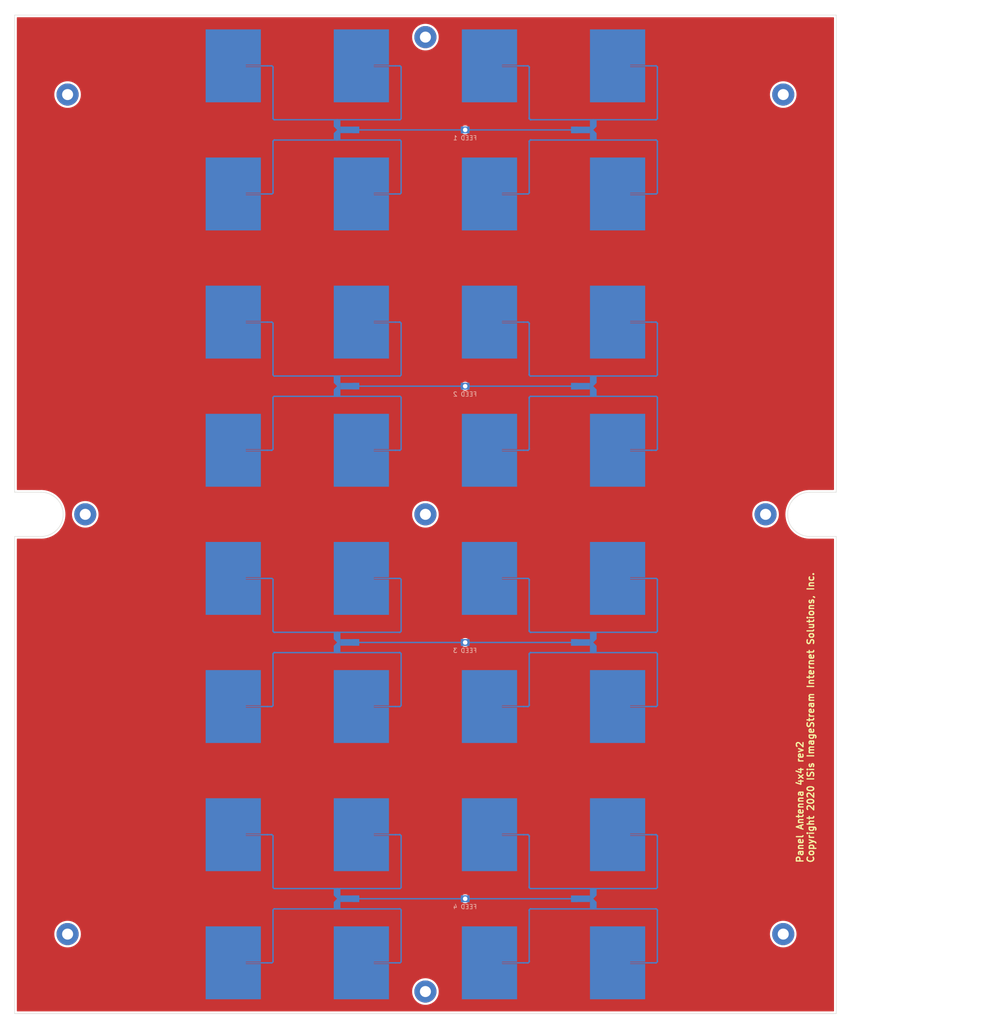
<source format=kicad_pcb>
(kicad_pcb (version 20210424) (generator pcbnew)
  (layers (0 "F.Cu" signal) (31 "B.Cu" signal) (34 "B.Paste" user) (35 "F.Paste" user) (36 "B.SilkS" user "B.Silkscreen") (37 "F.SilkS" user "F.Silkscreen") (38 "B.Mask" user) (39 "F.Mask" user) (44 "Edge.Cuts" user))
  (net 0 "")
  (net 1 "GND")
  (net 2 "/A1E1")
  (net 3 "/A1E1S2")
  (net 4 "/A1E2")
  (net 5 "/A1E2S2")
  (net 6 "/A1E3S2")
  (net 7 "/A1E3")
  (net 8 "/A1E4S2")
  (net 9 "/A1E4")
  (net 10 "/A1E5S2")
  (net 11 "/A1E5")
  (net 12 "/A1P2")
  (net 13 "/A1E6S2")
  (net 14 "/A1E6")
  (net 15 "/A1E7")
  (net 16 "/A1E7S2")
  (net 17 "/A1P3")
  (net 18 "/A1E8")
  (net 19 "/A1E8S2")
  (net 20 "/A1P1")
  (net 21 "/A1P4")
  (net 22 "/A1P5")
  (footprint "MountingHole:MountingHole_2.5mm_Pad_TopBottom" (layer "F.Cu") (at 174 208 90)
    (fp_text reference "H4" hide)
    (fp_text value "Mounting Hole")
  )
  (footprint "MountingHole:MountingHole_2.5mm_Pad_TopBottom" (layer "F.Cu") (at 93 113)
    (fp_text reference "H12" hide)
    (fp_text value "Mounting Hole")
  )
  (footprint "MountingHole:MountingHole_2.5mm_Pad_TopBottom" (layer "F.Cu") (at 170 113)
    (fp_text reference "H12" hide)
    (fp_text value "Mounting Hole")
  )
  (footprint "MountingHole:MountingHole_2.5mm_Pad_TopBottom" (layer "F.Cu") (at 12 208)
    (fp_text reference "H3" hide)
    (fp_text value "Mounting Hole")
  )
  (footprint "MountingHole:MountingHole_2.5mm_Pad_TopBottom" (layer "F.Cu") (at 93 221)
    (fp_text reference "H9" hide)
    (fp_text value "Mounting Hole")
  )
  (footprint "MountingHole:MountingHole_2.5mm_Pad_TopBottom" (layer "F.Cu") (at 174 18)
    (fp_text reference "H2" hide)
    (fp_text value "Mounting Hole")
  )
  (footprint "MountingHole:MountingHole_2.5mm_Pad_TopBottom" (layer "F.Cu") (at 12 18)
    (fp_text reference "H1" hide)
    (fp_text value "Mounting Hole")
  )
  (footprint "MountingHole:MountingHole_2.5mm_Pad_TopBottom" (layer "F.Cu") (at 16 113)
    (fp_text reference "H11" hide)
    (fp_text value "Mounting Hole")
  )
  (footprint "MountingHole:MountingHole_2.5mm_Pad_TopBottom" (layer "F.Cu") (at 93 5)
    (fp_text reference "H10" hide)
    (fp_text value "Mounting Hole")
  )
  (footprint "Scott:RF-Angle-100ohm" (layer "B.Cu") (at 145.5 40.5)
    (fp_text reference "AA4" hide)
    (fp_text value "RFAngle" hide)
  )
  (footprint "Scott:RF-Angle-100ohm" (layer "B.Cu") (at 116.5 23.696 -90)
    (fp_text reference "AA6" hide)
    (fp_text value "RFAngle" hide)
  )
  (footprint "Scott:RF-Angle-100ohm" (layer "B.Cu") (at 58.5 139.695 -90)
    (fp_text reference "AA14" hide)
    (fp_text value "RFAngle" hide)
  )
  (footprint "Scott:PanelAnt5.0_V_UP_100R" (layer "B.Cu") (at 78.5 214.5 90)
    (fp_text reference "AE6" hide)
    (fp_text value "Antenna" hide)
  )
  (footprint "Scott:RF-Angle-100ohm" (layer "B.Cu") (at 116.5 185.5 90)
    (fp_text reference "AA5" hide)
    (fp_text value "RFAngle" hide)
  )
  (footprint "Scott:RF-T-50ohm" (layer "B.Cu") (at 131 84)
    (fp_text reference "NT1" hide)
    (fp_text value "NetTie_3_Tee" hide)
  )
  (footprint "Scott:RF-T-50ohm" (layer "B.Cu") (at 72.999 199.99 180)
    (fp_text reference "NT2" hide)
    (fp_text value "NetTie_3_Tee" hide)
  )
  (footprint "Scott:RF-Angle-100ohm" (layer "B.Cu") (at 87.5 81.695)
    (fp_text reference "AA15" hide)
    (fp_text value "RFAngle" hide)
  )
  (footprint "Scott:RF-Angle-100ohm" (layer "B.Cu") (at 116.5 197.696 -90)
    (fp_text reference "AA6" hide)
    (fp_text value "RFAngle" hide)
  )
  (footprint "Scott:PanelAnt5.0_V_UP_100R" (layer "B.Cu") (at 49.5 185.5 90)
    (fp_text reference "AE7" hide)
    (fp_text value "Antenna" hide)
  )
  (footprint "Scott:RF-Angle-100ohm" (layer "B.Cu") (at 116.5 98.5)
    (fp_text reference "AA1" hide)
    (fp_text value "RFAngle" hide)
  )
  (footprint "Scott:PanelAnt5.0_V_UP_100R" (layer "B.Cu") (at 78.5 98.5 90)
    (fp_text reference "AE6" hide)
    (fp_text value "Antenna" hide)
  )
  (footprint "Scott:RF-Angle-100ohm" (layer "B.Cu") (at 116.5 127.5 90)
    (fp_text reference "AA5" hide)
    (fp_text value "RFAngle" hide)
  )
  (footprint "Scott:PanelAnt5.0_V_UP_100R" (layer "B.Cu") (at 136.5 156.5 90)
    (fp_text reference "AE2" hide)
    (fp_text value "Antenna" hide)
  )
  (footprint "Scott:RF-Angle-100ohm" (layer "B.Cu") (at 145.5 214.5)
    (fp_text reference "AA4" hide)
    (fp_text value "RFAngle" hide)
  )
  (footprint "Scott:RF-Angle-100ohm" (layer "B.Cu") (at 87.5 144.293 90)
    (fp_text reference "AA11" hide)
    (fp_text value "RFAngle" hide)
  )
  (footprint "Scott:RF-Angle-100ohm" (layer "B.Cu") (at 145.5 127.5 90)
    (fp_text reference "AA8" hide)
    (fp_text value "RFAngle" hide)
  )
  (footprint "Scott:RF-Angle-100ohm" (layer "B.Cu") (at 116.5 40.5)
    (fp_text reference "AA1" hide)
    (fp_text value "RFAngle" hide)
  )
  (footprint "Scott:Flat_Ant_Hole" (layer "B.Cu") (at 102 200)
    (fp_text reference "FEED 4")
    (fp_text value "Feed1")
  )
  (footprint "Scott:RF-Angle-100ohm" (layer "B.Cu") (at 145.5 98.5)
    (fp_text reference "AA4" hide)
    (fp_text value "RFAngle" hide)
  )
  (footprint "Scott:RF-Angle-100ohm" (layer "B.Cu") (at 87.5 69.5 90)
    (fp_text reference "AA16" hide)
    (fp_text value "RFAngle" hide)
  )
  (footprint "Scott:PanelAnt5.0_V_UP_100R" (layer "B.Cu") (at 136.5 40.5 90)
    (fp_text reference "AE2" hide)
    (fp_text value "Antenna" hide)
  )
  (footprint "Scott:PanelAnt5.0_V_UP_100R" (layer "B.Cu") (at 49.5 98.5 90)
    (fp_text reference "AE5" hide)
    (fp_text value "Antenna" hide)
  )
  (footprint "Scott:RF-Angle-100ohm" (layer "B.Cu") (at 58.5 197.695 -90)
    (fp_text reference "AA14" hide)
    (fp_text value "RFAngle" hide)
  )
  (footprint "Scott:PanelAnt5.0_V_UP_100R" (layer "B.Cu") (at 78.5 40.5 90)
    (fp_text reference "AE6" hide)
    (fp_text value "Antenna" hide)
  )
  (footprint "Scott:RF-Angle-100ohm" (layer "B.Cu") (at 145.5 81.696)
    (fp_text reference "AA7" hide)
    (fp_text value "RFAngle" hide)
  )
  (footprint "Scott:RF-Angle-100ohm" (layer "B.Cu") (at 87.5 11.5 90)
    (fp_text reference "AA16" hide)
    (fp_text value "RFAngle" hide)
  )
  (footprint "Scott:RF-Angle-100ohm" (layer "B.Cu") (at 87.5 202.293 90)
    (fp_text reference "AA11" hide)
    (fp_text value "RFAngle" hide)
  )
  (footprint "Scott:PanelAnt5.0_V_UP_100R" (layer "B.Cu") (at 49.5 127.5 90)
    (fp_text reference "AE7" hide)
    (fp_text value "Antenna" hide)
  )
  (footprint "Scott:RF-Angle-100ohm" (layer "B.Cu") (at 116.5 139.696 -90)
    (fp_text reference "AA6" hide)
    (fp_text value "RFAngle" hide)
  )
  (footprint "Scott:RF-Angle-100ohm" (layer "B.Cu") (at 58.5 81.695 -90)
    (fp_text reference "AA14" hide)
    (fp_text value "RFAngle" hide)
  )
  (footprint "Scott:RF-Angle-100ohm" (layer "B.Cu") (at 87.5 156.5)
    (fp_text reference "AA12" hide)
    (fp_text value "RFAngle" hide)
  )
  (footprint "Scott:RF-Angle-100ohm" (layer "B.Cu") (at 116.5 156.5)
    (fp_text reference "AA1" hide)
    (fp_text value "RFAngle" hide)
  )
  (footprint "Scott:PanelAnt5.0_V_UP_100R" (layer "B.Cu") (at 49.5 40.5 90)
    (fp_text reference "AE5" hide)
    (fp_text value "Antenna" hide)
  )
  (footprint "Scott:RF-Angle-100ohm" (layer "B.Cu") (at 116.5 69.5 90)
    (fp_text reference "AA5" hide)
    (fp_text value "RFAngle" hide)
  )
  (footprint "Scott:PanelAnt5.0_V_UP_100R" (layer "B.Cu") (at 107.5 40.5 90)
    (fp_text reference "AE1" hide)
    (fp_text value "Antenna" hide)
  )
  (footprint "Scott:RF-Angle-100ohm" (layer "B.Cu") (at 145.5 197.696)
    (fp_text reference "AA7" hide)
    (fp_text value "RFAngle" hide)
  )
  (footprint "Scott:RF-Angle-100ohm" (layer "B.Cu") (at 145.5 23.696)
    (fp_text reference "AA7" hide)
    (fp_text value "RFAngle" hide)
  )
  (footprint "Scott:RF-Angle-100ohm" (layer "B.Cu") (at 87.5 98.5)
    (fp_text reference "AA12" hide)
    (fp_text value "RFAngle" hide)
  )
  (footprint "Scott:RF-T-50ohm" (layer "B.Cu") (at 72.999 25.99 180)
    (fp_text reference "NT2" hide)
    (fp_text value "NetTie_3_Tee" hide)
  )
  (footprint "Scott:RF-Angle-100ohm" (layer "B.Cu") (at 58.5 156.5)
    (fp_text reference "AA9" hide)
    (fp_text value "RFAngle" hide)
  )
  (footprint "Scott:PanelAnt5.0_V_UP_100R" (layer "B.Cu") (at 107.5 185.5 90)
    (fp_text reference "AE3" hide)
    (fp_text value "Antenna" hide)
  )
  (footprint "Scott:PanelAnt5.0_V_UP_100R" (layer "B.Cu") (at 78.5 127.5 90)
    (fp_text reference "AE8" hide)
    (fp_text value "Antenna" hide)
  )
  (footprint "Scott:RF-Angle-100ohm" (layer "B.Cu") (at 87.5 197.695)
    (fp_text reference "AA15" hide)
    (fp_text value "RFAngle" hide)
  )
  (footprint "Scott:RF-Angle-100ohm" (layer "B.Cu") (at 116.5 81.696 -90)
    (fp_text reference "AA6" hide)
    (fp_text value "RFAngle" hide)
  )
  (footprint "Scott:RF-Angle-100ohm" (layer "B.Cu") (at 58.5 127.5 90)
    (fp_text reference "AA13" hide)
    (fp_text value "RFAngle" hide)
  )
  (footprint "Scott:RF-Angle-100ohm" (layer "B.Cu") (at 116.5 11.5 90)
    (fp_text reference "AA5" hide)
    (fp_text value "RFAngle" hide)
  )
  (footprint "Scott:RF-Angle-100ohm" (layer "B.Cu") (at 145.5 11.5 90)
    (fp_text reference "AA8" hide)
    (fp_text value "RFAngle" hide)
  )
  (footprint "Scott:RF-Angle-100ohm" (layer "B.Cu") (at 145.5 69.5 90)
    (fp_text reference "AA8" hide)
    (fp_text value "RFAngle" hide)
  )
  (footprint "Scott:RF-Angle-100ohm" (layer "B.Cu") (at 87.5 28.293 90)
    (fp_text reference "AA11" hide)
    (fp_text value "RFAngle" hide)
  )
  (footprint "Scott:Flat_Ant_Hole" (layer "B.Cu") (at 101.999999 25.999999)
    (fp_text reference "FEED 1")
    (fp_text value "Feed1")
  )
  (footprint "Scott:RF-Angle-100ohm" (layer "B.Cu") (at 145.5 144.293 90)
    (fp_text reference "AA3" hide)
    (fp_text value "RFAngle" hide)
  )
  (footprint "Scott:RF-Angle-100ohm" (layer "B.Cu") (at 116.5 28.293 180)
    (fp_text reference "AA2" hide)
    (fp_text value "RFAngle" hide)
  )
  (footprint "Scott:Flat_Ant_Hole" (layer "B.Cu") (at 102 84)
    (fp_text reference "FEED 2")
    (fp_text value "Feed1")
  )
  (footprint "Scott:RF-Angle-100ohm" (layer "B.Cu") (at 58.5 185.5 90)
    (fp_text reference "AA13" hide)
    (fp_text value "RFAngle" hide)
  )
  (footprint "Scott:RF-Angle-100ohm" (layer "B.Cu") (at 58.5 69.5 90)
    (fp_text reference "AA13" hide)
    (fp_text value "RFAngle" hide)
  )
  (footprint "Scott:RF-Angle-100ohm" (layer "B.Cu") (at 145.5 202.293 90)
    (fp_text reference "AA3" hide)
    (fp_text value "RFAngle" hide)
  )
  (footprint "Scott:RF-Angle-100ohm" (layer "B.Cu") (at 145.5 185.5 90)
    (fp_text reference "AA8" hide)
    (fp_text value "RFAngle" hide)
  )
  (footprint "Scott:PanelAnt5.0_V_UP_100R" (layer "B.Cu") (at 107.5 156.5 90)
    (fp_text reference "AE1" hide)
    (fp_text value "Antenna" hide)
  )
  (footprint "Scott:RF-Angle-100ohm" (layer "B.Cu") (at 87.5 214.5)
    (fp_text reference "AA12" hide)
    (fp_text value "RFAngle" hide)
  )
  (footprint "Scott:RF-Angle-100ohm" (layer "B.Cu") (at 58.5 11.5 90)
    (fp_text reference "AA13" hide)
    (fp_text value "RFAngle" hide)
  )
  (footprint "Scott:RF-Angle-100ohm" (layer "B.Cu") (at 58.5 40.5)
    (fp_text reference "AA9" hide)
    (fp_text value "RFAngle" hide)
  )
  (footprint "Scott:RF-T-50ohm" (layer "B.Cu") (at 131 142)
    (fp_text reference "NT1" hide)
    (fp_text value "NetTie_3_Tee" hide)
  )
  (footprint "Scott:RF-Angle-100ohm" (layer "B.Cu") (at 87.5 127.5 90)
    (fp_text reference "AA16" hide)
    (fp_text value "RFAngle" hide)
  )
  (footprint "Scott:RF-Angle-100ohm" (layer "B.Cu") (at 58.5 214.5)
    (fp_text reference "AA9" hide)
    (fp_text value "RFAngle" hide)
  )
  (footprint "Scott:RF-Angle-100ohm" (layer "B.Cu") (at 145.5 139.696)
    (fp_text reference "AA7" hide)
    (fp_text value "RFAngle" hide)
  )
  (footprint "Scott:RF-T-50ohm" (layer "B.Cu") (at 72.999 141.99 180)
    (fp_text reference "NT2" hide)
    (fp_text value "NetTie_3_Tee" hide)
  )
  (footprint "Scott:RF-Angle-100ohm" (layer "B.Cu") (at 145.5 86.293 90)
    (fp_text reference "AA3" hide)
    (fp_text value "RFAngle" hide)
  )
  (footprint "Scott:RF-Angle-100ohm" (layer "B.Cu") (at 58.5 98.5)
    (fp_text reference "AA9" hide)
    (fp_text value "RFAngle" hide)
  )
  (footprint "Scott:RF-Angle-100ohm" (layer "B.Cu") (at 87.5 139.695)
    (fp_text reference "AA15" hide)
    (fp_text value "RFAngle" hide)
  )
  (footprint "Scott:PanelAnt5.0_V_UP_100R" (layer "B.Cu") (at 49.5 69.5 90)
    (fp_text reference "AE7" hide)
    (fp_text value "Antenna" hide)
  )
  (footprint "Scott:PanelAnt5.0_V_UP_100R" (layer "B.Cu") (at 107.5 11.5 90)
    (fp_text reference "AE3" hide)
    (fp_text value "Antenna" hide)
  )
  (footprint "Scott:PanelAnt5.0_V_UP_100R" (layer "B.Cu") (at 78.5 156.5 90)
    (fp_text reference "AE6" hide)
    (fp_text value "Antenna" hide)
  )
  (footprint "Scott:PanelAnt5.0_V_UP_100R" (layer "B.Cu") (at 78.5 11.5 90)
    (fp_text reference "AE8" hide)
    (fp_text value "Antenna" hide)
  )
  (footprint "Scott:PanelAnt5.0_V_UP_100R" (layer "B.Cu") (at 49.5 214.5 90)
    (fp_text reference "AE5" hide)
    (fp_text value "Antenna" hide)
  )
  (footprint "Scott:RF-Angle-100ohm" (layer "B.Cu") (at 116.5 202.293 180)
    (fp_text reference "AA2" hide)
    (fp_text value "RFAngle" hide)
  )
  (footprint "Scott:RF-Angle-100ohm" (layer "B.Cu") (at 116.5 144.293 180)
    (fp_text reference "AA2" hide)
    (fp_text value "RFAngle" hide)
  )
  (footprint "Scott:PanelAnt5.0_V_UP_100R" (layer "B.Cu") (at 136.5 127.5 90)
    (fp_text reference "AE4" hide)
    (fp_text value "Antenna" hide)
  )
  (footprint "Scott:RF-Angle-100ohm" (layer "B.Cu") (at 87.5 23.695)
    (fp_text reference "AA15" hide)
    (fp_text value "RFAngle" hide)
  )
  (footprint "Scott:PanelAnt5.0_V_UP_100R" (layer "B.Cu") (at 49.5 156.5 90)
    (fp_text reference "AE5" hide)
    (fp_text value "Antenna" hide)
  )
  (footprint "Scott:PanelAnt5.0_V_UP_100R" (layer "B.Cu") (at 107.5 98.5 90)
    (fp_text reference "AE1" hide)
    (fp_text value "Antenna" hide)
  )
  (footprint "Scott:RF-Angle-100ohm" (layer "B.Cu") (at 145.5 156.5)
    (fp_text reference "AA4" hide)
    (fp_text value "RFAngle" hide)
  )
  (footprint "Scott:PanelAnt5.0_V_UP_100R" (layer "B.Cu") (at 136.5 11.5 90)
    (fp_text reference "AE4" hide)
    (fp_text value "Antenna" hide)
  )
  (footprint "Scott:RF-Angle-100ohm" (layer "B.Cu") (at 87.5 185.5 90)
    (fp_text reference "AA16" hide)
    (fp_text value "RFAngle" hide)
  )
  (footprint "Scott:RF-T-50ohm" (layer "B.Cu") (at 72.999 83.99 180)
    (fp_text reference "NT2" hide)
    (fp_text value "NetTie_3_Tee" hide)
  )
  (footprint "Scott:PanelAnt5.0_V_UP_100R" (layer "B.Cu") (at 78.5 185.5 90)
    (fp_text reference "AE8" hide)
    (fp_text value "Antenna" hide)
  )
  (footprint "Scott:RF-Angle-100ohm" (layer "B.Cu") (at 58.5 23.695 -90)
    (fp_text reference "AA14" hide)
    (fp_text value "RFAngle" hide)
  )
  (footprint "Scott:RF-Angle-100ohm" (layer "B.Cu") (at 58.5 86.293 180)
    (fp_text reference "AA10" hide)
    (fp_text value "RFAngle" hide)
  )
  (footprint "Scott:RF-T-50ohm" (layer "B.Cu") (at 131 26)
    (fp_text reference "NT1" hide)
    (fp_text value "NetTie_3_Tee" hide)
  )
  (footprint "Scott:PanelAnt5.0_V_UP_100R" (layer "B.Cu") (at 107.5 214.5 90)
    (fp_text reference "AE1" hide)
    (fp_text value "Antenna" hide)
  )
  (footprint "Scott:RF-Angle-100ohm" (layer "B.Cu") (at 116.5 214.5)
    (fp_text reference "AA1" hide)
    (fp_text value "RFAngle" hide)
  )
  (footprint "Scott:RF-Angle-100ohm" (layer "B.Cu") (at 87.5 40.5)
    (fp_text reference "AA12" hide)
    (fp_text value "RFAngle" hide)
  )
  (footprint "Scott:RF-T-50ohm" (layer "B.Cu") (at 131 200)
    (fp_text reference "NT1" hide)
    (fp_text value "NetTie_3_Tee" hide)
  )
  (footprint "Scott:RF-Angle-100ohm" (layer "B.Cu") (at 116.5 86.293 180)
    (fp_text reference "AA2" hide)
    (fp_text value "RFAngle" hide)
  )
  (footprint "Scott:PanelAnt5.0_V_UP_100R" (layer "B.Cu") (at 107.5 69.5 90)
    (fp_text reference "AE3" hide)
    (fp_text value "Antenna" hide)
  )
  (footprint "Scott:PanelAnt5.0_V_UP_100R" (layer "B.Cu") (at 136.5 214.5 90)
    (fp_text reference "AE2" hide)
    (fp_text value "Antenna" hide)
  )
  (footprint "Scott:PanelAnt5.0_V_UP_100R" (layer "B.Cu") (at 107.5 127.5 90)
    (fp_text reference "AE3" hide)
    (fp_text value "Antenna" hide)
  )
  (footprint "Scott:RF-Angle-100ohm" (layer "B.Cu") (at 145.5 28.293 90)
    (fp_text reference "AA3" hide)
    (fp_text value "RFAngle" hide)
  )
  (footprint "Scott:PanelAnt5.0_V_UP_100R" (layer "B.Cu") (at 78.5 69.5 90)
    (fp_text reference "AE8" hide)
    (fp_text value "Antenna" hide)
  )
  (footprint "Scott:PanelAnt5.0_V_UP_100R" (layer "B.Cu") (at 136.5 98.5 90)
    (fp_text reference "AE2" hide)
    (fp_text value "Antenna" hide)
  )
  (footprint "Scott:RF-Angle-100ohm" (layer "B.Cu") (at 58.5 202.293 180)
    (fp_text reference "AA10" hide)
    (fp_text value "RFAngle" hide)
  )
  (footprint "Scott:RF-Angle-100ohm" (layer "B.Cu") (at 58.5 144.293 180)
    (fp_text reference "AA10" hide)
    (fp_text value "RFAngle" hide)
  )
  (footprint "Scott:PanelAnt5.0_V_UP_100R" (layer "B.Cu") (at 136.5 69.5 90)
    (fp_text reference "AE4" hide)
    (fp_text value "Antenna" hide)
  )
  (footprint "Scott:RF-Angle-100ohm" (layer "B.Cu") (at 87.5 86.293 90)
    (fp_text reference "AA11" hide)
    (fp_text value "RFAngle" hide)
  )
  (footprint "Scott:RF-Angle-100ohm" (layer "B.Cu") (at 58.5 28.293 180)
    (fp_text reference "AA10" hide)
    (fp_text value "RFAngle" hide)
  )
  (footprint "Scott:PanelAnt5.0_V_UP_100R" (layer "B.Cu") (at 49.5 11.5 90)
    (fp_text reference "AE7" hide)
    (fp_text value "Antenna" hide)
  )
  (footprint "Scott:PanelAnt5.0_V_UP_100R" (layer "B.Cu") (at 136.5 185.5 90)
    (fp_text reference "AE4" hide)
    (fp_text value "Antenna" hide)
  )
  (footprint "Scott:Flat_Ant_Hole" (layer "B.Cu") (at 102 142)
    (fp_text reference "FEED 3")
    (fp_text value "Feed1")
  )
  (gr_line (start 6 118) (end 0 118) (layer "Edge.Cuts") (width 0.1))
  (gr_line (start 186 118) (end 186 226) (layer "Edge.Cuts") (width 0.1))
  (gr_line (start 180 108) (end 186 108) (layer "Edge.Cuts") (width 0.1))
  (gr_line (start 0 0) (end 186 0) (layer "Edge.Cuts") (width 0.1))
  (gr_arc (start 6 113) (end 6 118) (angle -180) (layer "Edge.Cuts") (width 0.1))
  (gr_line (start 0 226) (end 0 118) (layer "Edge.Cuts") (width 0.1))
  (gr_arc (start 180 113) (end 180 108) (angle -180) (layer "Edge.Cuts") (width 0.1))
  (gr_line (start 180 118) (end 186 118) (layer "Edge.Cuts") (width 0.1))
  (gr_line (start 0 108) (end 0 0) (layer "Edge.Cuts") (width 0.1))
  (gr_line (start 0 226) (end 186 226) (layer "Edge.Cuts") (width 0.1))
  (gr_line (start 6 108) (end 0 108) (layer "Edge.Cuts") (width 0.1))
  (gr_line (start 186 0) (end 186 108) (layer "Edge.Cuts") (width 0.1))
  (gr_text "Panel Antenna 4x4 rev2\nCopyright 2020 ISis ImageStream Internet Solutions, Inc." (at 179 192 90) (layer "F.SilkS") (effects (font (size 1.5 1.5) (thickness 0.3)) (justify left)))
  (segment (start 116.151 156.5) (end 115.198 156.5) (width 0.313) (layer "B.Cu") (net 2))
  (segment (start 116.151 214.5) (end 115.198 214.5) (width 0.313) (layer "B.Cu") (net 2))
  (segment (start 116.151 98.5) (end 115.198 98.5) (width 0.313) (layer "B.Cu") (net 2))
  (segment (start 116.151 40.5) (end 115.198 40.5) (width 0.313) (layer "B.Cu") (net 2))
  (segment (start 116.5 86.702) (end 116.5 98.113) (width 0.313) (layer "B.Cu") (net 3))
  (segment (start 116.5 202.702) (end 116.5 214.113) (width 0.313) (layer "B.Cu") (net 3))
  (segment (start 116.5 28.702) (end 116.5 40.113) (width 0.313) (layer "B.Cu") (net 3))
  (segment (start 116.5 144.702) (end 116.5 156.113) (width 0.313) (layer "B.Cu") (net 3))
  (segment (start 145.174 214.5) (end 144.221 214.5) (width 0.313) (layer "B.Cu") (net 4))
  (segment (start 145.174 156.5) (end 144.221 156.5) (width 0.313) (layer "B.Cu") (net 4))
  (segment (start 145.174 98.5) (end 144.221 98.5) (width 0.313) (layer "B.Cu") (net 4))
  (segment (start 145.174 40.5) (end 144.221 40.5) (width 0.313) (layer "B.Cu") (net 4))
  (segment (start 145.5 28.702) (end 145.5 40.102) (width 0.313) (layer "B.Cu") (net 5))
  (segment (start 145.5 202.702) (end 145.5 214.102) (width 0.313) (layer "B.Cu") (net 5))
  (segment (start 145.5 86.702) (end 145.5 98.102) (width 0.313) (layer "B.Cu") (net 5))
  (segment (start 145.5 144.702) (end 145.5 156.102) (width 0.313) (layer "B.Cu") (net 5))
  (segment (start 116.5 81.402) (end 116.5 69.814) (width 0.313) (layer "B.Cu") (net 6))
  (segment (start 116.5 139.402) (end 116.5 127.814) (width 0.313) (layer "B.Cu") (net 6))
  (segment (start 116.5 197.402) (end 116.5 185.814) (width 0.313) (layer "B.Cu") (net 6))
  (segment (start 116.5 23.402) (end 116.5 11.814) (width 0.313) (layer "B.Cu") (net 6))
  (segment (start 115.233 11.5) (end 116.186 11.5) (width 0.313) (layer "B.Cu") (net 7))
  (segment (start 115.233 127.5) (end 116.186 127.5) (width 0.313) (layer "B.Cu") (net 7))
  (segment (start 115.233 185.5) (end 116.186 185.5) (width 0.313) (layer "B.Cu") (net 7))
  (segment (start 115.233 69.5) (end 116.186 69.5) (width 0.313) (layer "B.Cu") (net 7))
  (segment (start 145.5 197.402) (end 145.5 185.814) (width 0.313) (layer "B.Cu") (net 8))
  (segment (start 145.5 23.402) (end 145.5 11.814) (width 0.313) (layer "B.Cu") (net 8))
  (segment (start 145.5 139.402) (end 145.5 127.814) (width 0.313) (layer "B.Cu") (net 8))
  (segment (start 145.5 81.402) (end 145.5 69.814) (width 0.313) (layer "B.Cu") (net 8))
  (segment (start 144.232 185.5) (end 145.185 185.5) (width 0.313) (layer "B.Cu") (net 9))
  (segment (start 144.232 69.5) (end 145.185 69.5) (width 0.313) (layer "B.Cu") (net 9))
  (segment (start 144.232 11.5) (end 145.185 11.5) (width 0.313) (layer "B.Cu") (net 9))
  (segment (start 144.232 127.5) (end 145.185 127.5) (width 0.313) (layer "B.Cu") (net 9))
  (segment (start 58.5 98.2) (end 58.5 86.7) (width 0.313) (layer "B.Cu") (net 10))
  (segment (start 58.5 40.2) (end 58.5 28.7) (width 0.313) (layer "B.Cu") (net 10))
  (segment (start 58.5 156.2) (end 58.5 144.7) (width 0.313) (layer "B.Cu") (net 10))
  (segment (start 58.5 214.2) (end 58.5 202.7) (width 0.313) (layer "B.Cu") (net 10))
  (segment (start 57.2 98.5) (end 58.2 98.5) (width 0.313) (layer "B.Cu") (net 11))
  (segment (start 57.2 156.5) (end 58.2 156.5) (width 0.313) (layer "B.Cu") (net 11))
  (segment (start 57.2 214.5) (end 58.2 214.5) (width 0.313) (layer "B.Cu") (net 11))
  (segment (start 57.2 40.5) (end 58.2 40.5) (width 0.313) (layer "B.Cu") (net 11))
  (segment (start 116.789 86.293) (end 130.999 86.293) (width 0.313) (layer "B.Cu") (net 12))
  (segment (start 116.789 202.293) (end 130.999 202.293) (width 0.313) (layer "B.Cu") (net 12))
  (segment (start 130.999 144.293) (end 145.172 144.293) (width 0.313) (layer "B.Cu") (net 12))
  (segment (start 130.999 202.293) (end 145.172 202.293) (width 0.313) (layer "B.Cu") (net 12))
  (segment (start 116.789 28.293) (end 130.999 28.293) (width 0.313) (layer "B.Cu") (net 12))
  (segment (start 130.982 202.2265) (end 130.982 201.3855) (width 0.313) (layer "B.Cu") (net 12))
  (segment (start 130.999 86.293) (end 145.172 86.293) (width 0.313) (layer "B.Cu") (net 12))
  (segment (start 130.982 28.2265) (end 130.982 27.3855) (width 0.313) (layer "B.Cu") (net 12))
  (segment (start 116.789 144.293) (end 130.999 144.293) (width 0.313) (layer "B.Cu") (net 12))
  (segment (start 130.982 144.2265) (end 130.982 143.3855) (width 0.313) (layer "B.Cu") (net 12))
  (segment (start 130.999 28.293) (end 145.172 28.293) (width 0.313) (layer "B.Cu") (net 12))
  (segment (start 130.982 86.2265) (end 130.982 85.3855) (width 0.313) (layer "B.Cu") (net 12))
  (segment (start 87.5 28.7) (end 87.5 40.1) (width 0.313) (layer "B.Cu") (net 13))
  (segment (start 87.5 144.7) (end 87.5 156.1) (width 0.313) (layer "B.Cu") (net 13))
  (segment (start 87.5 86.7) (end 87.5 98.1) (width 0.313) (layer "B.Cu") (net 13))
  (segment (start 87.5 202.7) (end 87.5 214.1) (width 0.313) (layer "B.Cu") (net 13))
  (segment (start 87.2 98.5) (end 86.2 98.5) (width 0.313) (layer "B.Cu") (net 14))
  (segment (start 87.2 156.5) (end 86.2 156.5) (width 0.313) (layer "B.Cu") (net 14))
  (segment (start 87.2 40.5) (end 86.2 40.5) (width 0.313) (layer "B.Cu") (net 14))
  (segment (start 87.2 214.5) (end 86.2 214.5) (width 0.313) (layer "B.Cu") (net 14))
  (segment (start 58.16 127.5) (end 57.21 127.5) (width 0.313) (layer "B.Cu") (net 15))
  (segment (start 58.16 11.5) (end 57.21 11.5) (width 0.313) (layer "B.Cu") (net 15))
  (segment (start 58.16 185.5) (end 57.21 185.5) (width 0.313) (layer "B.Cu") (net 15))
  (segment (start 58.16 69.5) (end 57.21 69.5) (width 0.313) (layer "B.Cu") (net 15))
  (segment (start 58.5 197.38) (end 58.5 185.81) (width 0.313) (layer "B.Cu") (net 16))
  (segment (start 58.5 139.38) (end 58.5 127.81) (width 0.313) (layer "B.Cu") (net 16))
  (segment (start 58.5 81.38) (end 58.5 69.81) (width 0.313) (layer "B.Cu") (net 16))
  (segment (start 58.5 23.38) (end 58.5 11.81) (width 0.313) (layer "B.Cu") (net 16))
  (segment (start 145.195 139.696) (end 130.985 139.696) (width 0.313) (layer "B.Cu") (net 17))
  (segment (start 130.985 81.696) (end 116.812 81.696) (width 0.313) (layer "B.Cu") (net 17))
  (segment (start 145.195 23.696) (end 130.985 23.696) (width 0.313) (layer "B.Cu") (net 17))
  (segment (start 145.195 81.696) (end 130.985 81.696) (width 0.313) (layer "B.Cu") (net 17))
  (segment (start 130.979 140.671) (end 130.979 139.83) (width 0.313) (layer "B.Cu") (net 17))
  (segment (start 145.195 197.696) (end 130.985 197.696) (width 0.313) (layer "B.Cu") (net 17))
  (segment (start 130.979 24.671) (end 130.979 23.83) (width 0.313) (layer "B.Cu") (net 17))
  (segment (start 130.985 197.696) (end 116.812 197.696) (width 0.313) (layer "B.Cu") (net 17))
  (segment (start 130.979 82.671) (end 130.979 81.83) (width 0.313) (layer "B.Cu") (net 17))
  (segment (start 130.979 198.671) (end 130.979 197.83) (width 0.313) (layer "B.Cu") (net 17))
  (segment (start 130.985 139.696) (end 116.812 139.696) (width 0.313) (layer "B.Cu") (net 17))
  (segment (start 130.985 23.696) (end 116.812 23.696) (width 0.313) (layer "B.Cu") (net 17))
  (segment (start 87.19 11.5) (end 86.22 11.5) (width 0.313) (layer "B.Cu") (net 18))
  (segment (start 87.19 127.5) (end 86.22 127.5) (width 0.313) (layer "B.Cu") (net 18))
  (segment (start 87.19 185.5) (end 86.22 185.5) (width 0.313) (layer "B.Cu") (net 18))
  (segment (start 87.19 69.5) (end 86.22 69.5) (width 0.313) (layer "B.Cu") (net 18))
  (segment (start 87.5 197.38) (end 87.5 185.81) (width 0.313) (layer "B.Cu") (net 19))
  (segment (start 87.5 23.38) (end 87.5 11.81) (width 0.313) (layer "B.Cu") (net 19))
  (segment (start 87.5 139.38) (end 87.5 127.81) (width 0.313) (layer "B.Cu") (net 19))
  (segment (start 87.5 81.38) (end 87.5 69.81) (width 0.313) (layer "B.Cu") (net 19))
  (segment (start 77.5 26) (end 126.5 26) (width 0.313) (layer "B.Cu") (net 20))
  (segment (start 77.5 84) (end 126.5 84) (width 0.313) (layer "B.Cu") (net 20))
  (segment (start 77.5 142) (end 126.5 142) (width 0.313) (layer "B.Cu") (net 20))
  (segment (start 77.5 200) (end 126.5 200) (width 0.313) (layer "B.Cu") (net 20))
  (segment (start 73.02 27.43) (end 73.02 28.24) (width 0.313) (layer "B.Cu") (net 21))
  (segment (start 72.967 86.293) (end 58.8 86.293) (width 0.313) (layer "B.Cu") (net 21))
  (segment (start 87.2 28.293) (end 72.967 28.293) (width 0.313) (layer "B.Cu") (net 21))
  (segment (start 73.02 86.24) (end 72.967 86.293) (width 0.313) (layer "B.Cu") (net 21))
  (segment (start 72.967 144.293) (end 58.8 144.293) (width 0.313) (layer "B.Cu") (net 21))
  (segment (start 73.02 143.43) (end 73.02 144.24) (width 0.313) (layer "B.Cu") (net 21))
  (segment (start 73.02 201.43) (end 73.02 202.24) (width 0.313) (layer "B.Cu") (net 21))
  (segment (start 72.967 28.293) (end 58.8 28.293) (width 0.313) (layer "B.Cu") (net 21))
  (segment (start 73.02 144.24) (end 72.967 144.293) (width 0.313) (layer "B.Cu") (net 21))
  (segment (start 73.02 85.43) (end 73.02 86.24) (width 0.313) (layer "B.Cu") (net 21))
  (segment (start 73.02 202.24) (end 72.967 202.293) (width 0.313) (layer "B.Cu") (net 21))
  (segment (start 72.967 202.293) (end 58.8 202.293) (width 0.313) (layer "B.Cu") (net 21))
  (segment (start 87.2 144.293) (end 72.967 144.293) (width 0.313) (layer "B.Cu") (net 21))
  (segment (start 87.2 202.293) (end 72.967 202.293) (width 0.313) (layer "B.Cu") (net 21))
  (segment (start 87.2 86.293) (end 72.967 86.293) (width 0.313) (layer "B.Cu") (net 21))
  (segment (start 73.02 28.24) (end 72.967 28.293) (width 0.313) (layer "B.Cu") (net 21))
  (segment (start 58.9 139.696) (end 73.056 139.696) (width 0.313) (layer "B.Cu") (net 22))
  (segment (start 73.09 197.73) (end 73.056 197.696) (width 0.313) (layer "B.Cu") (net 22))
  (segment (start 73.056 197.696) (end 87.1 197.696) (width 0.313) (layer "B.Cu") (net 22))
  (segment (start 73.09 198.57) (end 73.09 197.73) (width 0.313) (layer "B.Cu") (net 22))
  (segment (start 73.09 82.57) (end 73.09 81.73) (width 0.313) (layer "B.Cu") (net 22))
  (segment (start 73.09 23.73) (end 73.056 23.696) (width 0.313) (layer "B.Cu") (net 22))
  (segment (start 73.09 140.57) (end 73.09 139.73) (width 0.313) (layer "B.Cu") (net 22))
  (segment (start 73.056 23.696) (end 87.1 23.696) (width 0.313) (layer "B.Cu") (net 22))
  (segment (start 73.056 139.696) (end 87.1 139.696) (width 0.313) (layer "B.Cu") (net 22))
  (segment (start 58.9 23.696) (end 73.056 23.696) (width 0.313) (layer "B.Cu") (net 22))
  (segment (start 73.09 139.73) (end 73.056 139.696) (width 0.313) (layer "B.Cu") (net 22))
  (segment (start 73.09 81.73) (end 73.056 81.696) (width 0.313) (layer "B.Cu") (net 22))
  (segment (start 58.9 197.696) (end 73.056 197.696) (width 0.313) (layer "B.Cu") (net 22))
  (segment (start 58.9 81.696) (end 73.056 81.696) (width 0.313) (layer "B.Cu") (net 22))
  (segment (start 73.056 81.696) (end 87.1 81.696) (width 0.313) (layer "B.Cu") (net 22))
  (segment (start 73.09 24.57) (end 73.09 23.73) (width 0.313) (layer "B.Cu") (net 22))
  (zone (net 1) (net_name "GND") (layer "F.Cu") (connect_pads yes (clearance 0.508)) (min_thickness 0.254) (fill yes (thermal_gap 0.508) (thermal_bridge_width 0.508))
    (polygon (pts (xy 189.2 228.3) (xy -3.3 228.3) (xy -3.3 -3.4) (xy 189.2 -3.4)))
  )
)
</source>
